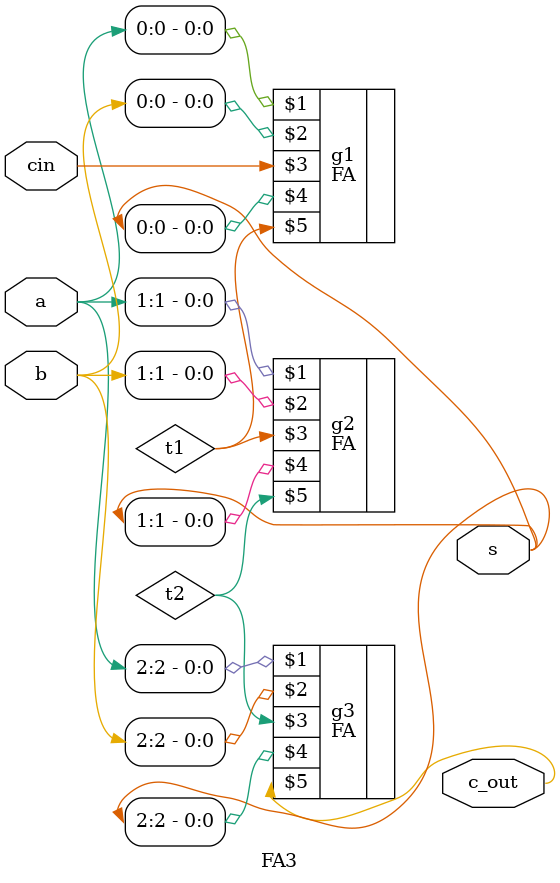
<source format=v>
`timescale 1ns / 1ps


module FA3(
    input [2:0] a,
    input [2:0] b,
    input cin,
    output [2:0] s,
	 output c_out
    );
	
	FA g1(a[0], b[0], cin, s[0], t1);
	FA g2(a[1], b[1], t1, s[1], t2);
	FA g3(a[2], b[2], t2, s[2], c_out);

endmodule


</source>
